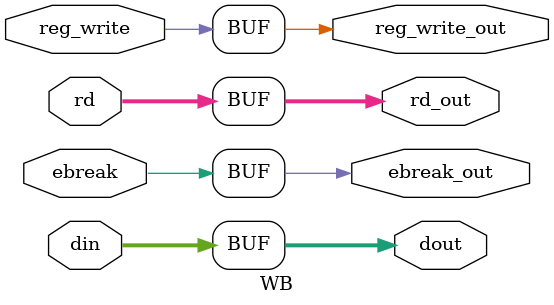
<source format=v>
`timescale 1ns / 1ps

module WB(
    input [31:0] din,
    input [4:0] rd,
    input reg_write,
    input ebreak,
    output [31:0] dout,
    output [4:0] rd_out,
    output reg_write_out,
    output ebreak_out
);
assign dout = din;
assign rd_out = rd;
assign reg_write_out = reg_write;
assign ebreak_out = ebreak;

endmodule

</source>
